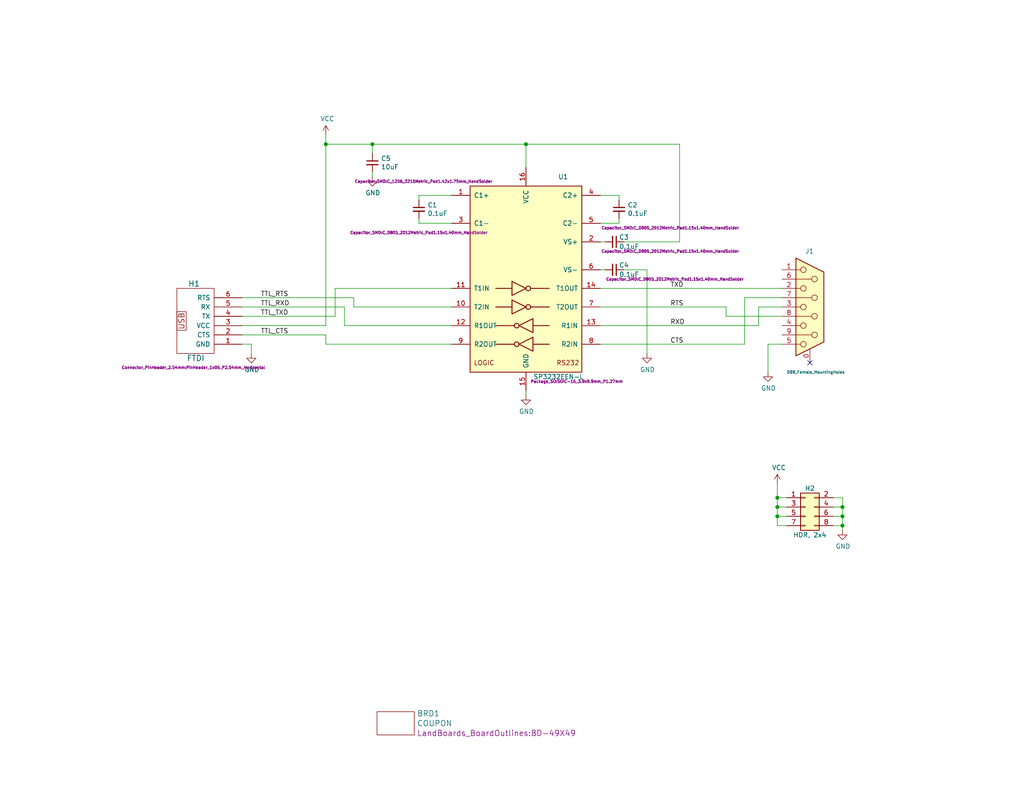
<source format=kicad_sch>
(kicad_sch (version 20211123) (generator eeschema)
  (paper "A")
  (title_block (title "DCE") (date "2022-08-01") (rev "2") (company "Land Boards LLC"))
  (lib_symbols
    (symbol "Connector:DB9_Female_MountingHoles" (pin_names (offset 1.016) hide)
      (property "Reference" "J" (at 0 16.51 0))
      (property "Value" "DB9_Female_MountingHoles" (at 0 14.605 0))
      (symbol "DB9_Female_MountingHoles_0_1"
        (circle (center -1.778 -10.16) (radius 0.762))
        (circle (center -1.778 -5.08) (radius 0.762))
        (circle (center -1.778 0) (radius 0.762))
        (circle (center -1.778 5.08) (radius 0.762))
        (circle (center -1.778 10.16) (radius 0.762))
        (polyline (pts (xy -3.81 -10.16) (xy -2.54 -10.16)))
        (polyline (pts (xy -3.81 -7.62) (xy 0.508 -7.62)))
        (polyline (pts (xy -3.81 -5.08) (xy -2.54 -5.08)))
        (polyline (pts (xy -3.81 -2.54) (xy 0.508 -2.54)))
        (polyline (pts (xy -3.81 0) (xy -2.54 0)))
        (polyline (pts (xy -3.81 2.54) (xy 0.508 2.54)))
        (polyline (pts (xy -3.81 5.08) (xy -2.54 5.08)))
        (polyline (pts (xy -3.81 7.62) (xy 0.508 7.62)))
        (polyline (pts (xy -3.81 10.16) (xy -2.54 10.16)))
        (polyline (pts (xy -3.81 13.335) (xy -3.81 -13.335) (xy 3.81 -9.525) (xy 3.81 9.525) (xy -3.81 13.335)) (stroke (width 0.254)) (fill (type background)))
        (circle (center 1.27 -7.62) (radius 0.762))
        (circle (center 1.27 -2.54) (radius 0.762))
        (circle (center 1.27 2.54) (radius 0.762))
        (circle (center 1.27 7.62) (radius 0.762))
      )
      (symbol "DB9_Female_MountingHoles_1_1"
        (pin passive line (at 0 -15.24 90) (length 3.81) (name "PAD") (number "0"))
        (pin passive line (at -7.62 10.16 0) (length 3.81) (name "1") (number "1"))
        (pin passive line (at -7.62 5.08 0) (length 3.81) (name "2") (number "2"))
        (pin passive line (at -7.62 0 0) (length 3.81) (name "3") (number "3"))
        (pin passive line (at -7.62 -5.08 0) (length 3.81) (name "4") (number "4"))
        (pin passive line (at -7.62 -10.16 0) (length 3.81) (name "5") (number "5"))
        (pin passive line (at -7.62 7.62 0) (length 3.81) (name "6") (number "6"))
        (pin passive line (at -7.62 2.54 0) (length 3.81) (name "7") (number "7"))
        (pin passive line (at -7.62 -2.54 0) (length 3.81) (name "8") (number "8"))
        (pin passive line (at -7.62 -7.62 0) (length 3.81) (name "9") (number "9"))
      )
    )
    (symbol "Connector_Generic:Conn_02x04_Odd_Even" (pin_names (offset 1.016) hide)
      (property "Reference" "J" (at 1.27 5.08 0))
      (property "Value" "Conn_02x04_Odd_Even" (at 1.27 -7.62 0))
      (symbol "Conn_02x04_Odd_Even_1_1"
        (rectangle (start -1.27 -4.953) (end 0 -5.207) (stroke (width 0.1524)))
        (rectangle (start -1.27 -2.413) (end 0 -2.667) (stroke (width 0.1524)))
        (rectangle (start -1.27 0.127) (end 0 -0.127) (stroke (width 0.1524)))
        (rectangle (start -1.27 2.667) (end 0 2.413) (stroke (width 0.1524)))
        (rectangle (start -1.27 3.81) (end 3.81 -6.35) (stroke (width 0.254)) (fill (type background)))
        (rectangle (start 3.81 -4.953) (end 2.54 -5.207) (stroke (width 0.1524)))
        (rectangle (start 3.81 -2.413) (end 2.54 -2.667) (stroke (width 0.1524)))
        (rectangle (start 3.81 0.127) (end 2.54 -0.127) (stroke (width 0.1524)))
        (rectangle (start 3.81 2.667) (end 2.54 2.413) (stroke (width 0.1524)))
        (pin passive line (at -5.08 2.54 0) (length 3.81) (name "Pin_1") (number "1"))
        (pin passive line (at 7.62 2.54 180) (length 3.81) (name "Pin_2") (number "2"))
        (pin passive line (at -5.08 0 0) (length 3.81) (name "Pin_3") (number "3"))
        (pin passive line (at 7.62 0 180) (length 3.81) (name "Pin_4") (number "4"))
        (pin passive line (at -5.08 -2.54 0) (length 3.81) (name "Pin_5") (number "5"))
        (pin passive line (at 7.62 -2.54 180) (length 3.81) (name "Pin_6") (number "6"))
        (pin passive line (at -5.08 -5.08 0) (length 3.81) (name "Pin_7") (number "7"))
        (pin passive line (at 7.62 -5.08 180) (length 3.81) (name "Pin_8") (number "8"))
      )
    )
    (symbol "Device:C_Small" (pin_numbers hide) (pin_names (offset 0.254) hide)
      (property "Reference" "C" (at 0.254 1.778 0))
      (property "Value" "C_Small" (at 0.254 -2.032 0))
      (symbol "C_Small_0_1"
        (polyline (pts (xy -1.524 -0.508) (xy 1.524 -0.508)) (stroke (width 0.3302)))
        (polyline (pts (xy -1.524 0.508) (xy 1.524 0.508)) (stroke (width 0.3048)))
      )
      (symbol "C_Small_1_1"
        (pin passive line (at 0 2.54 270) (length 2.032) (name "~") (number "1"))
        (pin passive line (at 0 -2.54 90) (length 2.032) (name "~") (number "2"))
      )
    )
    (symbol "Interface_UART:ICL3232" (pin_names (offset 1.016))
      (property "Reference" "U" (at -2.54 28.575 0))
      (property "Value" "ICL3232" (at -2.54 26.67 0))
      (symbol "ICL3232_0_0"
        (text "LOGIC" (at -11.43 -22.86 0) (effects (font (size 1.27 1.27))))
        (text "RS232" (at 11.43 -22.86 0) (effects (font (size 1.27 1.27))))
      )
      (symbol "ICL3232_0_1"
        (rectangle (start -15.24 -25.4) (end 15.24 25.4) (stroke (width 0.254)) (fill (type background)))
        (circle (center -2.54 -17.78) (radius 0.635) (stroke (width 0.254)))
        (circle (center -2.54 -12.7) (radius 0.635) (stroke (width 0.254)))
        (polyline (pts (xy -3.81 -7.62) (xy -8.255 -7.62)) (stroke (width 0.254)))
        (polyline (pts (xy -3.81 -2.54) (xy -8.255 -2.54)) (stroke (width 0.254)))
        (polyline (pts (xy -3.175 -17.78) (xy -8.255 -17.78)) (stroke (width 0.254)))
        (polyline (pts (xy -3.175 -12.7) (xy -8.255 -12.7)) (stroke (width 0.254)))
        (polyline (pts (xy 1.27 -7.62) (xy 6.35 -7.62)) (stroke (width 0.254)))
        (polyline (pts (xy 1.27 -2.54) (xy 6.35 -2.54)) (stroke (width 0.254)))
        (polyline (pts (xy 1.905 -17.78) (xy 6.35 -17.78)) (stroke (width 0.254)))
        (polyline (pts (xy 1.905 -12.7) (xy 6.35 -12.7)) (stroke (width 0.254)))
        (polyline (pts (xy -3.81 -5.715) (xy -3.81 -9.525) (xy 0 -7.62) (xy -3.81 -5.715)) (stroke (width 0.254)))
        (polyline (pts (xy -3.81 -0.635) (xy -3.81 -4.445) (xy 0 -2.54) (xy -3.81 -0.635)) (stroke (width 0.254)))
        (polyline (pts (xy 1.905 -15.875) (xy 1.905 -19.685) (xy -1.905 -17.78) (xy 1.905 -15.875)) (stroke (width 0.254)))
        (polyline (pts (xy 1.905 -10.795) (xy 1.905 -14.605) (xy -1.905 -12.7) (xy 1.905 -10.795)) (stroke (width 0.254)))
        (circle (center 0.635 -7.62) (radius 0.635) (stroke (width 0.254)))
        (circle (center 0.635 -2.54) (radius 0.635) (stroke (width 0.254)))
      )
      (symbol "ICL3232_1_1"
        (pin passive line (at -20.32 22.86 0) (length 5.08) (name "C1+") (number "1"))
        (pin input line (at -20.32 -7.62 0) (length 5.08) (name "T2IN") (number "10"))
        (pin input line (at -20.32 -2.54 0) (length 5.08) (name "T1IN") (number "11"))
        (pin output line (at -20.32 -12.7 0) (length 5.08) (name "R1OUT") (number "12"))
        (pin input line (at 20.32 -12.7 180) (length 5.08) (name "R1IN") (number "13"))
        (pin output line (at 20.32 -2.54 180) (length 5.08) (name "T1OUT") (number "14"))
        (pin power_in line (at 0 -30.48 90) (length 5.08) (name "GND") (number "15"))
        (pin power_in line (at 0 30.48 270) (length 5.08) (name "VCC") (number "16"))
        (pin power_out line (at 20.32 10.16 180) (length 5.08) (name "VS+") (number "2"))
        (pin passive line (at -20.32 15.24 0) (length 5.08) (name "C1-") (number "3"))
        (pin passive line (at 20.32 22.86 180) (length 5.08) (name "C2+") (number "4"))
        (pin passive line (at 20.32 15.24 180) (length 5.08) (name "C2-") (number "5"))
        (pin power_out line (at 20.32 2.54 180) (length 5.08) (name "VS-") (number "6"))
        (pin output line (at 20.32 -7.62 180) (length 5.08) (name "T2OUT") (number "7"))
        (pin input line (at 20.32 -17.78 180) (length 5.08) (name "R2IN") (number "8"))
        (pin output line (at -20.32 -17.78 0) (length 5.08) (name "R2OUT") (number "9"))
      )
    )
    (symbol "LandBoards:COUPON" (pin_names (offset 1.016))
      (property "Reference" "COUP?" (at 0 0 0))
      (property "Value" "COUPON" (at 0 0 0))
      (symbol "COUPON_0_1"
        (rectangle (start -5.08 0) (end 5.08 6.35))
      )
    )
    (symbol "LandBoards_Cards:FTDI" (pin_names (offset 1.016))
      (property "Reference" "BRD" (at 2.54 19.05 0))
      (property "Value" "FTDI" (at 2.54 -1.27 0))
      (symbol "FTDI_0_0"
        (rectangle (start -5.08 0) (end 5.08 17.78))
        (rectangle (start -5.08 11.43) (end -2.54 6.35))
        (text "USB" (at -3.81 8.89 900) (effects (font (size 1.524 1.524))))
      )
      (symbol "FTDI_1_1"
        (pin power_out line (at 12.7 15.24 180) (length 7.62) (name "GND") (number "1"))
        (pin input line (at 12.7 12.7 180) (length 7.62) (name "CTS") (number "2"))
        (pin power_out line (at 12.7 10.16 180) (length 7.62) (name "VCC") (number "3"))
        (pin output line (at 12.7 7.62 180) (length 7.62) (name "TX") (number "4"))
        (pin input line (at 12.7 5.08 180) (length 7.62) (name "RX") (number "5"))
        (pin output line (at 12.7 2.54 180) (length 7.62) (name "RTS") (number "6"))
      )
    )
    (symbol "power:GND" (power) (pin_names (offset 0))
      (property "Value" "GND" (at 0 -3.81 0))
      (symbol "GND_0_1"
        (polyline (pts (xy 0 0) (xy 0 -1.27) (xy 1.27 -1.27) (xy 0 -2.54) (xy -1.27 -1.27) (xy 0 -1.27)))
      )
      (symbol "GND_1_1"
        (pin power_in line (at 0 0 270) (length 0) hide (name "GND") (number "1"))
      )
    )
    (symbol "power:VCC" (power) (pin_names (offset 0))
      (property "Value" "VCC" (at 0 3.81 0))
      (symbol "VCC_0_1"
        (polyline (pts (xy -0.762 1.27) (xy 0 2.54)))
        (polyline (pts (xy 0 0) (xy 0 2.54)))
        (polyline (pts (xy 0 2.54) (xy 0.762 1.27)))
      )
      (symbol "VCC_1_1"
        (pin power_in line (at 0 0 90) (length 0) hide (name "VCC") (number "1"))
      )
    )
  )
  (junction (at 143.51 39.37))
  (junction (at 88.9 39.37))
  (junction (at 212.09 135.89))
  (junction (at 229.87 143.51))
  (junction (at 212.09 140.97))
  (junction (at 212.09 138.43))
  (junction (at 229.87 138.43))
  (junction (at 229.87 140.97))
  (junction (at 101.6 39.37))
  (no_connect (at 220.98 99.06))
  (wire (pts (xy 163.83 78.74) (xy 213.36 78.74)))
  (wire (pts (xy 212.09 143.51) (xy 212.09 140.97)))
  (wire (pts (xy 214.63 135.89) (xy 212.09 135.89)))
  (wire (pts (xy 96.52 81.28) (xy 96.52 83.82)))
  (wire (pts (xy 66.04 93.98) (xy 68.58 93.98)))
  (wire (pts (xy 143.51 45.72) (xy 143.51 39.37)))
  (wire (pts (xy 214.63 140.97) (xy 212.09 140.97)))
  (wire (pts (xy 176.53 73.66) (xy 176.53 96.52)))
  (wire (pts (xy 88.9 39.37) (xy 88.9 36.83)))
  (wire (pts (xy 185.42 39.37) (xy 143.51 39.37)))
  (wire (pts (xy 207.01 88.9) (xy 207.01 83.82)))
  (wire (pts (xy 93.98 88.9) (xy 123.19 88.9)))
  (wire (pts (xy 88.9 91.44) (xy 88.9 93.98)))
  (wire (pts (xy 213.36 86.36) (xy 198.12 86.36)))
  (wire (pts (xy 170.18 66.04) (xy 185.42 66.04)))
  (wire (pts (xy 227.33 140.97) (xy 229.87 140.97)))
  (wire (pts (xy 163.83 53.34) (xy 168.91 53.34)))
  (wire (pts (xy 114.3 53.34) (xy 114.3 54.61)))
  (wire (pts (xy 143.51 39.37) (xy 101.6 39.37)))
  (wire (pts (xy 96.52 83.82) (xy 123.19 83.82)))
  (wire (pts (xy 213.36 93.98) (xy 209.55 93.98)))
  (wire (pts (xy 212.09 140.97) (xy 212.09 138.43)))
  (wire (pts (xy 163.83 60.96) (xy 168.91 60.96)))
  (wire (pts (xy 91.44 86.36) (xy 91.44 78.74)))
  (wire (pts (xy 214.63 138.43) (xy 212.09 138.43)))
  (wire (pts (xy 229.87 138.43) (xy 229.87 140.97)))
  (wire (pts (xy 66.04 91.44) (xy 88.9 91.44)))
  (wire (pts (xy 93.98 83.82) (xy 93.98 88.9)))
  (wire (pts (xy 163.83 66.04) (xy 165.1 66.04)))
  (wire (pts (xy 163.83 73.66) (xy 165.1 73.66)))
  (wire (pts (xy 229.87 143.51) (xy 229.87 144.78)))
  (wire (pts (xy 123.19 60.96) (xy 114.3 60.96)))
  (wire (pts (xy 66.04 86.36) (xy 91.44 86.36)))
  (wire (pts (xy 198.12 83.82) (xy 163.83 83.82)))
  (wire (pts (xy 91.44 78.74) (xy 123.19 78.74)))
  (wire (pts (xy 68.58 93.98) (xy 68.58 96.52)))
  (wire (pts (xy 66.04 83.82) (xy 93.98 83.82)))
  (wire (pts (xy 212.09 138.43) (xy 212.09 135.89)))
  (wire (pts (xy 229.87 143.51) (xy 227.33 143.51)))
  (wire (pts (xy 214.63 143.51) (xy 212.09 143.51)))
  (wire (pts (xy 163.83 93.98) (xy 203.2 93.98)))
  (wire (pts (xy 203.2 81.28) (xy 203.2 93.98)))
  (wire (pts (xy 207.01 83.82) (xy 213.36 83.82)))
  (wire (pts (xy 213.36 81.28) (xy 203.2 81.28)))
  (wire (pts (xy 227.33 138.43) (xy 229.87 138.43)))
  (wire (pts (xy 163.83 88.9) (xy 207.01 88.9)))
  (wire (pts (xy 209.55 93.98) (xy 209.55 101.6)))
  (wire (pts (xy 88.9 93.98) (xy 123.19 93.98)))
  (wire (pts (xy 101.6 41.91) (xy 101.6 39.37)))
  (wire (pts (xy 198.12 86.36) (xy 198.12 83.82)))
  (wire (pts (xy 88.9 88.9) (xy 66.04 88.9)))
  (wire (pts (xy 123.19 53.34) (xy 114.3 53.34)))
  (wire (pts (xy 229.87 135.89) (xy 229.87 138.43)))
  (wire (pts (xy 229.87 140.97) (xy 229.87 143.51)))
  (wire (pts (xy 66.04 81.28) (xy 96.52 81.28)))
  (wire (pts (xy 170.18 73.66) (xy 176.53 73.66)))
  (wire (pts (xy 88.9 39.37) (xy 88.9 88.9)))
  (wire (pts (xy 227.33 135.89) (xy 229.87 135.89)))
  (wire (pts (xy 101.6 39.37) (xy 88.9 39.37)))
  (wire (pts (xy 101.6 46.99) (xy 101.6 48.26)))
  (wire (pts (xy 114.3 60.96) (xy 114.3 59.69)))
  (wire (pts (xy 168.91 53.34) (xy 168.91 54.61)))
  (wire (pts (xy 212.09 135.89) (xy 212.09 132.08)))
  (wire (pts (xy 168.91 60.96) (xy 168.91 59.69)))
  (wire (pts (xy 143.51 106.68) (xy 143.51 107.95)))
  (wire (pts (xy 185.42 66.04) (xy 185.42 39.37)))
  (label "TXD" (at 182.88 78.74 0))
  (label "RTS" (at 182.88 83.82 0))
  (label "RXD" (at 182.88 88.9 0))
  (label "TTL_RTS" (at 71.12 81.28 0))
  (label "TTL_CTS" (at 71.12 91.44 0))
  (label "TTL_RXD" (at 71.12 83.82 0))
  (label "CTS" (at 182.88 93.98 0))
  (label "TTL_TXD" (at 71.12 86.36 0))
  (symbol (lib_id "Interface_UART:ICL3232") (at 143.51 76.2 0) (unit 1)
    (property "Reference" "U1" (at 153.67 48.26 0))
    (property "Value" "SP3232EEN-L" (at 152.4 102.87 0))
    (property "Footprint" "Package_SO:SOIC-16_3.9x9.9mm_P1.27mm" (at 144.78 104.14 0) (effects (font (size 0.762 0.762)) (justify left)))
    (property "Datasheet" "http://www.intersil.com/content/dam/Intersil/documents/icl3/icl3221-22-23-32-41-43.pdf" (effects hide))
  )
  (symbol (lib_id "Connector:DB9_Female_MountingHoles") (at 220.98 83.82 0) (unit 1)
    (property "Reference" "J1" (at 219.71 68.58 0) (effects (justify left)))
    (property "Value" "DB9_Female_MountingHoles" (at 214.63 101.6 0) (effects (font (size 0.762 0.762)) (justify left)))
    (property "Footprint" "Connector_Dsub:DSUB-9_Female_Horizontal_P2.77x2.84mm_EdgePinOffset4.94mm_Housed_MountingHolesOffset7.48mm" (effects hide))
    (property "Datasheet" " ~" (effects hide))
  )
  (symbol (lib_id "Device:C_Small") (at 114.3 57.15 0) (unit 1)
    (property "Reference" "C1" (at 116.6368 55.9816 0) (effects (justify left)))
    (property "Value" "0.1uF" (at 116.6368 58.293 0) (effects (justify left)))
    (property "Footprint" "Capacitor_SMD:C_0805_2012Metric_Pad1.15x1.40mm_HandSolder" (at 114.3 63.5 0) (effects (font (size 0.762 0.762))))
  )
  (symbol (lib_id "power:GND") (at 176.53 96.52 0) (unit 1)
    (property "Reference" "#PWR03" (effects hide))
    (property "Value" "GND" (at 176.657 100.9142 0))
  )
  (symbol (lib_id "power:GND") (at 143.51 107.95 0) (unit 1)
    (property "Reference" "#PWR02" (effects hide))
    (property "Value" "GND" (at 143.637 112.3442 0))
  )
  (symbol (lib_id "Device:C_Small") (at 168.91 57.15 0) (unit 1)
    (property "Reference" "C2" (at 171.2468 55.9816 0) (effects (justify left)))
    (property "Value" "0.1uF" (at 171.2468 58.293 0) (effects (justify left)))
    (property "Footprint" "Capacitor_SMD:C_0805_2012Metric_Pad1.15x1.40mm_HandSolder" (at 182.88 62.23 0) (effects (font (size 0.762 0.762))))
  )
  (symbol (lib_id "Device:C_Small") (at 167.64 66.04 270) (unit 1)
    (property "Reference" "C3" (at 168.91 64.77 90) (effects (justify left)))
    (property "Value" "0.1uF" (at 168.91 67.31 90) (effects (justify left)))
    (property "Footprint" "Capacitor_SMD:C_0805_2012Metric_Pad1.15x1.40mm_HandSolder" (at 182.88 68.58 90) (effects (font (size 0.762 0.762))))
  )
  (symbol (lib_id "Device:C_Small") (at 167.64 73.66 270) (unit 1)
    (property "Reference" "C4" (at 168.91 72.39 90) (effects (justify left)))
    (property "Value" "0.1uF" (at 168.91 74.93 90) (effects (justify left)))
    (property "Footprint" "Capacitor_SMD:C_0805_2012Metric_Pad1.15x1.40mm_HandSolder" (at 184.15 76.2 90) (effects (font (size 0.762 0.762))))
  )
  (symbol (lib_id "power:GND") (at 68.58 96.52 0) (unit 1)
    (property "Reference" "#PWR01" (effects hide))
    (property "Value" "GND" (at 68.707 100.9142 0))
  )
  (symbol (lib_id "power:GND") (at 209.55 101.6 0) (unit 1)
    (property "Reference" "#PWR0101" (effects hide))
    (property "Value" "GND" (at 209.677 105.9942 0))
  )
  (symbol (lib_id "LandBoards:COUPON") (at 107.95 200.66 0) (unit 1)
    (property "Reference" "BRD1" (at 113.7412 194.7926 0) (effects (font (size 1.524 1.524)) (justify left)))
    (property "Value" "COUPON" (at 113.7412 197.485 0) (effects (font (size 1.524 1.524)) (justify left)))
    (property "Footprint" "LandBoards_BoardOutlines:BD-49X49" (at 113.7412 200.1774 0) (effects (font (size 1.524 1.524)) (justify left)))
  )
  (symbol (lib_id "Device:C_Small") (at 101.6 44.45 0) (unit 1)
    (property "Reference" "C5" (at 103.9368 43.2816 0) (effects (justify left)))
    (property "Value" "10uF" (at 103.9368 45.593 0) (effects (justify left)))
    (property "Footprint" "Capacitor_SMD:C_1206_3216Metric_Pad1.42x1.75mm_HandSolder" (at 115.57 49.53 0) (effects (font (size 0.762 0.762))))
  )
  (symbol (lib_id "power:GND") (at 101.6 48.26 0) (unit 1)
    (property "Reference" "#PWR04" (effects hide))
    (property "Value" "GND" (at 101.727 52.6542 0))
  )
  (symbol (lib_id "LandBoards_Cards:FTDI") (at 53.34 78.74 0) (mirror x) (unit 1)
    (property "Reference" "H1" (at 54.61 77.47 0) (effects (font (size 1.524 1.524)) (justify right)))
    (property "Value" "FTDI" (at 55.88 97.79 0) (effects (font (size 1.524 1.524)) (justify right)))
    (property "Footprint" "Connector_PinHeader_2.54mm:PinHeader_1x06_P2.54mm_Horizontal" (at 72.39 100.33 0) (effects (font (size 0.762 0.762)) (justify right)))
  )
  (symbol (lib_id "Connector_Generic:Conn_02x04_Odd_Even") (at 219.71 138.43 0) (unit 1)
    (property "Reference" "H2" (at 220.98 133.35 0))
    (property "Value" "HDR, 2x4" (at 220.98 146.05 0))
    (property "Footprint" "Connector_PinHeader_2.54mm:PinHeader_2x04_P2.54mm_Horizontal" (effects hide))
  )
  (symbol (lib_id "power:VCC") (at 88.9 36.83 0) (unit 1)
    (property "Reference" "#PWR0102" (effects hide))
    (property "Value" "VCC" (at 89.3318 32.4358 0))
  )
  (symbol (lib_id "power:VCC") (at 212.09 132.08 0) (unit 1)
    (property "Reference" "#PWR0103" (effects hide))
    (property "Value" "VCC" (at 212.5218 127.6858 0))
  )
  (symbol (lib_id "power:GND") (at 229.87 144.78 0) (unit 1)
    (property "Reference" "#PWR0104" (effects hide))
    (property "Value" "GND" (at 229.997 149.1742 0))
  )
)
</source>
